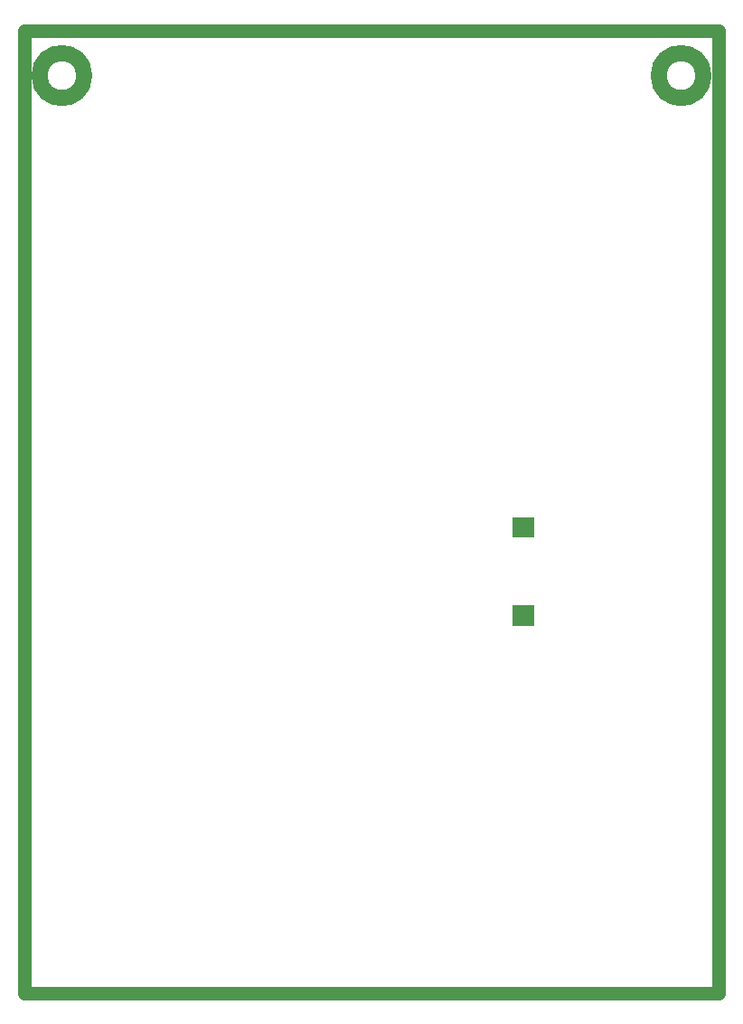
<source format=gko>
G04*
G04 #@! TF.GenerationSoftware,Altium Limited,Altium Designer,21.0.9 (235)*
G04*
G04 Layer_Color=16711935*
%FSLAX44Y44*%
%MOMM*%
G71*
G04*
G04 #@! TF.SameCoordinates,58F94E15-CAE4-4791-8A53-09B8A48F05B3*
G04*
G04*
G04 #@! TF.FilePolarity,Positive*
G04*
G01*
G75*
%ADD92C,1.2700*%
%ADD98C,1.5000*%
G36*
X477360Y343560D02*
X457360D01*
Y362560D01*
X477360D01*
Y343560D01*
D02*
G37*
G36*
Y426110D02*
X457360D01*
Y445110D01*
X477360D01*
Y426110D01*
D02*
G37*
D92*
X0Y900430D02*
X650000D01*
X0Y0D02*
X650000D01*
X0D02*
Y900430D01*
X650000Y0D02*
Y900430D01*
D98*
X56030Y858520D02*
G03*
X56030Y858520I-21030J0D01*
G01*
X636030D02*
G03*
X636030Y858520I-21030J0D01*
G01*
M02*

</source>
